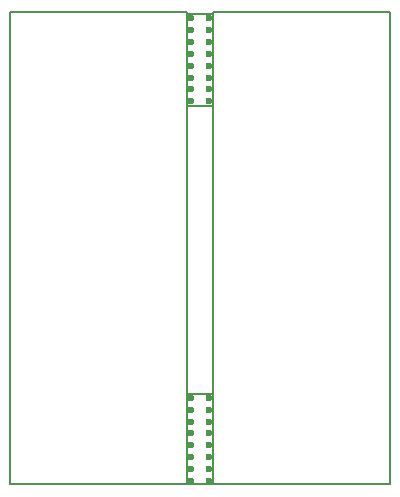
<source format=gko>
G04 Layer_Color=16711935*
%FSLAX25Y25*%
%MOIN*%
G70*
G01*
G75*
%ADD35C,0.02362*%
%ADD36C,0.00500*%
D35*
X327500Y322500D02*
D03*
Y326437D02*
D03*
Y330374D02*
D03*
Y334311D02*
D03*
Y338248D02*
D03*
Y342185D02*
D03*
Y346122D02*
D03*
Y350059D02*
D03*
X321500Y322500D02*
D03*
Y326437D02*
D03*
Y330374D02*
D03*
Y334311D02*
D03*
Y338248D02*
D03*
Y342185D02*
D03*
Y346122D02*
D03*
Y350059D02*
D03*
X327500Y196000D02*
D03*
Y199937D02*
D03*
Y203874D02*
D03*
Y207811D02*
D03*
Y211748D02*
D03*
Y215685D02*
D03*
Y219622D02*
D03*
Y223559D02*
D03*
X321500Y196000D02*
D03*
Y199937D02*
D03*
Y203874D02*
D03*
Y207811D02*
D03*
Y211748D02*
D03*
Y215685D02*
D03*
Y219622D02*
D03*
Y223559D02*
D03*
D36*
X320500Y195000D02*
X328500D01*
X320500Y225000D02*
X328500D01*
X320500Y321000D02*
X328500D01*
X320500Y351500D02*
X328500D01*
X261251Y194752D02*
Y344251D01*
Y352214D02*
X320289D01*
X320307Y194752D02*
Y352232D01*
X261251Y194752D02*
X320307D01*
X261251Y343251D02*
Y352214D01*
X328684Y194752D02*
Y344251D01*
Y352214D02*
X387721D01*
X387739Y194752D02*
Y352232D01*
X328684Y194752D02*
X387739D01*
X328684Y343251D02*
Y352214D01*
M02*

</source>
